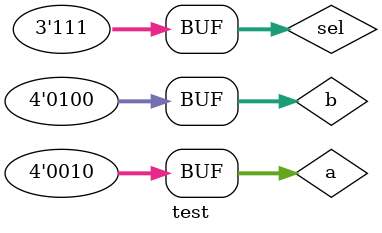
<source format=v>
module example(a,sel,b,out);
output reg [4:0] out;
input [2:0]sel;
input [3:0]a,b;
 
always @(a,b,sel)
begin 
  case(sel)
  3'b000 : out = a;
  3'b001 : out = a+b;
  3'b010 : out = a-b;
  3'b011 : out = a/b;
  3'b100 : out = a%b;
  3'b101 : out = a<<b;
  3'b110 : out = a>>b;
  3'b111 : out = a>b;
  endcase
end 

endmodule 



module test;

reg [2:0]sel;
reg [3:0]a,b;
wire [4:0] out ;
example ex(a,sel,b,out);
initial
  $monitor($time,"a = %b b = %b sel = %b***out = ",a,b,sel,out);
  
initial
begin
  #5 a=4'b0010; b=3'b0100; sel=3'b001;
  #5 a=4'b0010; b=3'b0100; sel=3'b011;
  #5 a=4'b0010; b=3'b0100; sel=3'b000;
  #5 a=4'b0010; b=3'b0100; sel=3'b101;
  #5 a=4'b0010; b=3'b0100; sel=3'b110;
  #5 a=4'b0010; b=3'b0100; sel=3'b111;
end

endmodule
</source>
